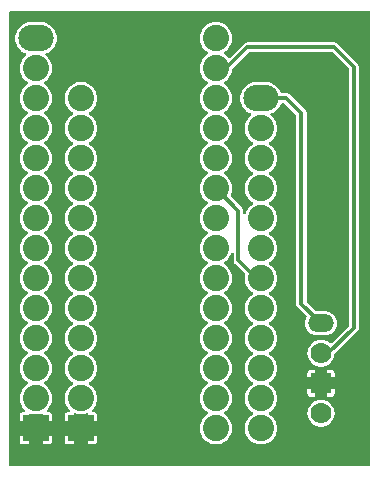
<source format=gbl>
G04 Layer: BottomLayer*
G04 EasyEDA v6.5.29, 2023-07-31 08:11:24*
G04 1ebaea4ae95649dd8011ffabadda3e85,10*
G04 Gerber Generator version 0.2*
G04 Scale: 100 percent, Rotated: No, Reflected: No *
G04 Dimensions in millimeters *
G04 leading zeros omitted , absolute positions ,4 integer and 5 decimal *
%FSLAX45Y45*%
%MOMM*%

%ADD10C,0.3000*%
%ADD11C,0.3800*%
%ADD12O,2.999994X2.2199854*%
%ADD13C,2.2200*%
%ADD14R,2.2200X2.2200*%
%ADD15C,1.7780*%
%ADD16R,1.7780X1.7780*%
%ADD17O,2.1999956000000003X1.499997*%
%ADD18C,2.2230*%
%ADD19R,2.2230X2.2230*%
%ADD20O,2.999994X2.223008*%
%ADD21O,0.0125X2.223008*%

%LPD*%
G36*
X36068Y-3872992D02*
G01*
X32156Y-3872229D01*
X28905Y-3869994D01*
X26670Y-3866743D01*
X25908Y-3862832D01*
X25908Y-36068D01*
X26670Y-32156D01*
X28905Y-28905D01*
X32156Y-26670D01*
X36068Y-25908D01*
X3075432Y-25908D01*
X3079343Y-26670D01*
X3082594Y-28905D01*
X3084830Y-32156D01*
X3085592Y-36068D01*
X3085592Y-3862832D01*
X3084830Y-3866743D01*
X3082594Y-3869994D01*
X3079343Y-3872229D01*
X3075432Y-3872992D01*
G37*

%LPC*%
G36*
X696925Y-3693058D02*
G01*
X745591Y-3693058D01*
X751890Y-3692347D01*
X757377Y-3690416D01*
X762254Y-3687368D01*
X766368Y-3683254D01*
X769416Y-3678377D01*
X771347Y-3672890D01*
X772058Y-3666591D01*
X772058Y-3617925D01*
X696925Y-3617925D01*
G37*
G36*
X524408Y-3693058D02*
G01*
X573074Y-3693058D01*
X573074Y-3617925D01*
X497941Y-3617925D01*
X497941Y-3666591D01*
X498652Y-3672890D01*
X500583Y-3678377D01*
X503631Y-3683254D01*
X507746Y-3687368D01*
X512622Y-3690416D01*
X518109Y-3692347D01*
G37*
G36*
X2159000Y-3693058D02*
G01*
X2174900Y-3692093D01*
X2190597Y-3689350D01*
X2205888Y-3684778D01*
X2220518Y-3678478D01*
X2234285Y-3670503D01*
X2247087Y-3661003D01*
X2258669Y-3650030D01*
X2268931Y-3637838D01*
X2277668Y-3624529D01*
X2284831Y-3610254D01*
X2290267Y-3595319D01*
X2293975Y-3579774D01*
X2295804Y-3563975D01*
X2295804Y-3548024D01*
X2293975Y-3532225D01*
X2290267Y-3516680D01*
X2284831Y-3501745D01*
X2277668Y-3487470D01*
X2268931Y-3474161D01*
X2258669Y-3461969D01*
X2247087Y-3450996D01*
X2234285Y-3441496D01*
X2227884Y-3437788D01*
X2224735Y-3434994D01*
X2223008Y-3431133D01*
X2223008Y-3426866D01*
X2224735Y-3423005D01*
X2227884Y-3420211D01*
X2234285Y-3416503D01*
X2247087Y-3407003D01*
X2258669Y-3396030D01*
X2268931Y-3383838D01*
X2277668Y-3370529D01*
X2284831Y-3356254D01*
X2290267Y-3341319D01*
X2293975Y-3325774D01*
X2295804Y-3309975D01*
X2295804Y-3294024D01*
X2293975Y-3278225D01*
X2290267Y-3262680D01*
X2284831Y-3247745D01*
X2277668Y-3233470D01*
X2268931Y-3220161D01*
X2258669Y-3207969D01*
X2247087Y-3196996D01*
X2234285Y-3187496D01*
X2227884Y-3183788D01*
X2224735Y-3180994D01*
X2223008Y-3177133D01*
X2223008Y-3172866D01*
X2224735Y-3169005D01*
X2227884Y-3166211D01*
X2234285Y-3162503D01*
X2247087Y-3153003D01*
X2258669Y-3142030D01*
X2268931Y-3129838D01*
X2277668Y-3116529D01*
X2284831Y-3102254D01*
X2290267Y-3087319D01*
X2293975Y-3071774D01*
X2295804Y-3055975D01*
X2295804Y-3040024D01*
X2293975Y-3024225D01*
X2290267Y-3008680D01*
X2284831Y-2993745D01*
X2277668Y-2979470D01*
X2268931Y-2966161D01*
X2258669Y-2953969D01*
X2247087Y-2942996D01*
X2234285Y-2933496D01*
X2227884Y-2929788D01*
X2224735Y-2926994D01*
X2223008Y-2923133D01*
X2223008Y-2918866D01*
X2224735Y-2915005D01*
X2227884Y-2912211D01*
X2234285Y-2908503D01*
X2247087Y-2899003D01*
X2258669Y-2888030D01*
X2268931Y-2875838D01*
X2277668Y-2862529D01*
X2284831Y-2848254D01*
X2290267Y-2833319D01*
X2293975Y-2817774D01*
X2295804Y-2801975D01*
X2295804Y-2786024D01*
X2293975Y-2770225D01*
X2290267Y-2754680D01*
X2284831Y-2739745D01*
X2277668Y-2725470D01*
X2268931Y-2712161D01*
X2258669Y-2699969D01*
X2247087Y-2688996D01*
X2234285Y-2679496D01*
X2227884Y-2675788D01*
X2224735Y-2672994D01*
X2223008Y-2669133D01*
X2223008Y-2664866D01*
X2224735Y-2661005D01*
X2227884Y-2658211D01*
X2234285Y-2654503D01*
X2247087Y-2645003D01*
X2258669Y-2634030D01*
X2268931Y-2621838D01*
X2277668Y-2608529D01*
X2284831Y-2594254D01*
X2290267Y-2579319D01*
X2293975Y-2563774D01*
X2295804Y-2547975D01*
X2295804Y-2532024D01*
X2293975Y-2516225D01*
X2290267Y-2500680D01*
X2284831Y-2485745D01*
X2277668Y-2471470D01*
X2268931Y-2458161D01*
X2258669Y-2445969D01*
X2247087Y-2434996D01*
X2234285Y-2425496D01*
X2227884Y-2421788D01*
X2224735Y-2418994D01*
X2223008Y-2415133D01*
X2223008Y-2410866D01*
X2224735Y-2407005D01*
X2227884Y-2404211D01*
X2234285Y-2400503D01*
X2247087Y-2391003D01*
X2258669Y-2380030D01*
X2268931Y-2367838D01*
X2277668Y-2354529D01*
X2284831Y-2340254D01*
X2290267Y-2325319D01*
X2293975Y-2309774D01*
X2295804Y-2293975D01*
X2295804Y-2278024D01*
X2293975Y-2262225D01*
X2290267Y-2246680D01*
X2284831Y-2231745D01*
X2277668Y-2217470D01*
X2268931Y-2204161D01*
X2258669Y-2191969D01*
X2247087Y-2180996D01*
X2234285Y-2171496D01*
X2227884Y-2167788D01*
X2224735Y-2164994D01*
X2223008Y-2161133D01*
X2223008Y-2156866D01*
X2224735Y-2153005D01*
X2227884Y-2150211D01*
X2234285Y-2146503D01*
X2247087Y-2137003D01*
X2258669Y-2126030D01*
X2268931Y-2113838D01*
X2277668Y-2100529D01*
X2284831Y-2086254D01*
X2290267Y-2071319D01*
X2293975Y-2055774D01*
X2295804Y-2039975D01*
X2295804Y-2024024D01*
X2293975Y-2008225D01*
X2290267Y-1992680D01*
X2284831Y-1977745D01*
X2277668Y-1963470D01*
X2268931Y-1950161D01*
X2258669Y-1937969D01*
X2247087Y-1926996D01*
X2234285Y-1917496D01*
X2227884Y-1913788D01*
X2224735Y-1910994D01*
X2223008Y-1907133D01*
X2223008Y-1902866D01*
X2224735Y-1899005D01*
X2227884Y-1896211D01*
X2234285Y-1892503D01*
X2247087Y-1883003D01*
X2258669Y-1872030D01*
X2268931Y-1859838D01*
X2277668Y-1846529D01*
X2284831Y-1832254D01*
X2290267Y-1817319D01*
X2293975Y-1801774D01*
X2295804Y-1785975D01*
X2295804Y-1770024D01*
X2293975Y-1754225D01*
X2290267Y-1738680D01*
X2284831Y-1723745D01*
X2277668Y-1709470D01*
X2268931Y-1696161D01*
X2258669Y-1683969D01*
X2247087Y-1672996D01*
X2234285Y-1663496D01*
X2227884Y-1659788D01*
X2224735Y-1656994D01*
X2223008Y-1653133D01*
X2223008Y-1648866D01*
X2224735Y-1645005D01*
X2227884Y-1642211D01*
X2234285Y-1638503D01*
X2247087Y-1629003D01*
X2258669Y-1618030D01*
X2268931Y-1605838D01*
X2277668Y-1592529D01*
X2284831Y-1578254D01*
X2290267Y-1563319D01*
X2293975Y-1547774D01*
X2295804Y-1531975D01*
X2295804Y-1516024D01*
X2293975Y-1500225D01*
X2290267Y-1484680D01*
X2284831Y-1469745D01*
X2277668Y-1455470D01*
X2268931Y-1442161D01*
X2258669Y-1429969D01*
X2247087Y-1418996D01*
X2234285Y-1409496D01*
X2227884Y-1405788D01*
X2224735Y-1402994D01*
X2223008Y-1399133D01*
X2223008Y-1394866D01*
X2224735Y-1391005D01*
X2227884Y-1388211D01*
X2234285Y-1384503D01*
X2247087Y-1375003D01*
X2258669Y-1364030D01*
X2268931Y-1351838D01*
X2277668Y-1338529D01*
X2284831Y-1324254D01*
X2290267Y-1309319D01*
X2293975Y-1293774D01*
X2295804Y-1277975D01*
X2295804Y-1262024D01*
X2293975Y-1246225D01*
X2290267Y-1230680D01*
X2284831Y-1215745D01*
X2277668Y-1201470D01*
X2268931Y-1188161D01*
X2258669Y-1175969D01*
X2247087Y-1164996D01*
X2234285Y-1155496D01*
X2227884Y-1151788D01*
X2224735Y-1148994D01*
X2223008Y-1145133D01*
X2223008Y-1140866D01*
X2224735Y-1137005D01*
X2227884Y-1134211D01*
X2234285Y-1130503D01*
X2247087Y-1121003D01*
X2258669Y-1110030D01*
X2268931Y-1097838D01*
X2277668Y-1084529D01*
X2284831Y-1070254D01*
X2290267Y-1055319D01*
X2293975Y-1039774D01*
X2295804Y-1023975D01*
X2295804Y-1008024D01*
X2293975Y-992225D01*
X2290267Y-976680D01*
X2284831Y-961745D01*
X2277668Y-947470D01*
X2268931Y-934161D01*
X2258669Y-921969D01*
X2247087Y-910996D01*
X2243124Y-908050D01*
X2240330Y-904900D01*
X2239060Y-900836D01*
X2239568Y-896670D01*
X2241702Y-893013D01*
X2245156Y-890574D01*
X2259330Y-884478D01*
X2273147Y-876503D01*
X2285949Y-867003D01*
X2297531Y-856030D01*
X2307793Y-843838D01*
X2316530Y-830529D01*
X2323693Y-816254D01*
X2324658Y-813612D01*
X2326792Y-810107D01*
X2330196Y-807720D01*
X2334209Y-806907D01*
X2352090Y-806907D01*
X2356002Y-807669D01*
X2359253Y-809904D01*
X2453995Y-904646D01*
X2456230Y-907897D01*
X2456992Y-911809D01*
X2457043Y-2503627D01*
X2458212Y-2512161D01*
X2460853Y-2520035D01*
X2464866Y-2527249D01*
X2470454Y-2534005D01*
X2542286Y-2605786D01*
X2544572Y-2609291D01*
X2545232Y-2613406D01*
X2544165Y-2617470D01*
X2538780Y-2628392D01*
X2534564Y-2640888D01*
X2531973Y-2653842D01*
X2531110Y-2667000D01*
X2531973Y-2680157D01*
X2534564Y-2693111D01*
X2538780Y-2705608D01*
X2544622Y-2717444D01*
X2551938Y-2728417D01*
X2560675Y-2738323D01*
X2570581Y-2747060D01*
X2581554Y-2754376D01*
X2593390Y-2760218D01*
X2605887Y-2764434D01*
X2618841Y-2767025D01*
X2632354Y-2767888D01*
X2701645Y-2767888D01*
X2715158Y-2767025D01*
X2728112Y-2764434D01*
X2740609Y-2760218D01*
X2752445Y-2754376D01*
X2763418Y-2747060D01*
X2773324Y-2738323D01*
X2782062Y-2728417D01*
X2789377Y-2717444D01*
X2795219Y-2705608D01*
X2799435Y-2693111D01*
X2802026Y-2680157D01*
X2802890Y-2667000D01*
X2802026Y-2653842D01*
X2799435Y-2640888D01*
X2795219Y-2628392D01*
X2789377Y-2616555D01*
X2782062Y-2605582D01*
X2773324Y-2595676D01*
X2763418Y-2586939D01*
X2752445Y-2579624D01*
X2740609Y-2573782D01*
X2728112Y-2569565D01*
X2715158Y-2566974D01*
X2701645Y-2566111D01*
X2633827Y-2566111D01*
X2629916Y-2565298D01*
X2626614Y-2563114D01*
X2549804Y-2486253D01*
X2547569Y-2483002D01*
X2546807Y-2479090D01*
X2546756Y-887272D01*
X2545588Y-878738D01*
X2542946Y-870864D01*
X2538933Y-863650D01*
X2533345Y-856894D01*
X2405430Y-729081D01*
X2398522Y-723849D01*
X2391105Y-720140D01*
X2383129Y-717905D01*
X2374442Y-717092D01*
X2334209Y-717092D01*
X2330196Y-716280D01*
X2326792Y-713892D01*
X2324658Y-710387D01*
X2323693Y-707745D01*
X2316530Y-693470D01*
X2307793Y-680161D01*
X2297531Y-667969D01*
X2285949Y-656996D01*
X2273147Y-647496D01*
X2259330Y-639521D01*
X2244699Y-633222D01*
X2229459Y-628650D01*
X2213762Y-625906D01*
X2197557Y-624941D01*
X2120442Y-624941D01*
X2104237Y-625906D01*
X2088540Y-628650D01*
X2073300Y-633222D01*
X2058670Y-639521D01*
X2044852Y-647496D01*
X2032050Y-656996D01*
X2020468Y-667969D01*
X2010206Y-680161D01*
X2001469Y-693470D01*
X1994306Y-707745D01*
X1988870Y-722680D01*
X1985213Y-738225D01*
X1983333Y-754024D01*
X1983333Y-769975D01*
X1985213Y-785774D01*
X1988870Y-801319D01*
X1994306Y-816254D01*
X2001469Y-830529D01*
X2010206Y-843838D01*
X2020468Y-856030D01*
X2032050Y-867003D01*
X2044852Y-876503D01*
X2058670Y-884478D01*
X2072843Y-890574D01*
X2076297Y-893013D01*
X2078431Y-896670D01*
X2078939Y-900836D01*
X2077669Y-904900D01*
X2074875Y-908050D01*
X2070912Y-910996D01*
X2059330Y-921969D01*
X2049068Y-934161D01*
X2040331Y-947470D01*
X2033168Y-961745D01*
X2027732Y-976680D01*
X2024024Y-992225D01*
X2022195Y-1008024D01*
X2022195Y-1023975D01*
X2024024Y-1039774D01*
X2027732Y-1055319D01*
X2033168Y-1070254D01*
X2040331Y-1084529D01*
X2049068Y-1097838D01*
X2059330Y-1110030D01*
X2070912Y-1121003D01*
X2083714Y-1130503D01*
X2090115Y-1134211D01*
X2093264Y-1137005D01*
X2094992Y-1140866D01*
X2094992Y-1145133D01*
X2093264Y-1148994D01*
X2090115Y-1151788D01*
X2083714Y-1155496D01*
X2070912Y-1164996D01*
X2059330Y-1175969D01*
X2049068Y-1188161D01*
X2040331Y-1201470D01*
X2033168Y-1215745D01*
X2027732Y-1230680D01*
X2024024Y-1246225D01*
X2022195Y-1262024D01*
X2022195Y-1277975D01*
X2024024Y-1293774D01*
X2027732Y-1309319D01*
X2033168Y-1324254D01*
X2040331Y-1338529D01*
X2049068Y-1351838D01*
X2059330Y-1364030D01*
X2070912Y-1375003D01*
X2083714Y-1384503D01*
X2090115Y-1388211D01*
X2093264Y-1391005D01*
X2094992Y-1394866D01*
X2094992Y-1399133D01*
X2093264Y-1402994D01*
X2090115Y-1405788D01*
X2083714Y-1409496D01*
X2070912Y-1418996D01*
X2059330Y-1429969D01*
X2049068Y-1442161D01*
X2040331Y-1455470D01*
X2033168Y-1469745D01*
X2027732Y-1484680D01*
X2024024Y-1500225D01*
X2022195Y-1516024D01*
X2022195Y-1531975D01*
X2024024Y-1547774D01*
X2027732Y-1563319D01*
X2033168Y-1578254D01*
X2040331Y-1592529D01*
X2049068Y-1605838D01*
X2059330Y-1618030D01*
X2070912Y-1629003D01*
X2083714Y-1638503D01*
X2090115Y-1642211D01*
X2093264Y-1645005D01*
X2094992Y-1648866D01*
X2094992Y-1653133D01*
X2093264Y-1656994D01*
X2090115Y-1659788D01*
X2083714Y-1663496D01*
X2070912Y-1672996D01*
X2059330Y-1683969D01*
X2049068Y-1696161D01*
X2040331Y-1709470D01*
X2033168Y-1723745D01*
X2029104Y-1734870D01*
X2027021Y-1738274D01*
X2023770Y-1740662D01*
X2019807Y-1741525D01*
X2015845Y-1740814D01*
X2012492Y-1738630D01*
X2010206Y-1735328D01*
X2009393Y-1731365D01*
X2009393Y-1715007D01*
X2008581Y-1706524D01*
X2006244Y-1698853D01*
X2002485Y-1691792D01*
X1997049Y-1685239D01*
X1904288Y-1592427D01*
X1902053Y-1589074D01*
X1901291Y-1585163D01*
X1902155Y-1581251D01*
X1906625Y-1570837D01*
X1911197Y-1555546D01*
X1913940Y-1539900D01*
X1914906Y-1524000D01*
X1913940Y-1508099D01*
X1911197Y-1492453D01*
X1906625Y-1477162D01*
X1900326Y-1462582D01*
X1892350Y-1448765D01*
X1882851Y-1436014D01*
X1871929Y-1424432D01*
X1859737Y-1414221D01*
X1846529Y-1405483D01*
X1843684Y-1402689D01*
X1842109Y-1398981D01*
X1842109Y-1395018D01*
X1843684Y-1391310D01*
X1846529Y-1388516D01*
X1859737Y-1379778D01*
X1871929Y-1369568D01*
X1882851Y-1357985D01*
X1892350Y-1345234D01*
X1900326Y-1331417D01*
X1906625Y-1316837D01*
X1911197Y-1301546D01*
X1913940Y-1285900D01*
X1914906Y-1270000D01*
X1913940Y-1254099D01*
X1911197Y-1238453D01*
X1906625Y-1223162D01*
X1900326Y-1208582D01*
X1892350Y-1194765D01*
X1882851Y-1182014D01*
X1871929Y-1170432D01*
X1859737Y-1160221D01*
X1846529Y-1151483D01*
X1843684Y-1148689D01*
X1842109Y-1144981D01*
X1842109Y-1141018D01*
X1843684Y-1137310D01*
X1846529Y-1134516D01*
X1859737Y-1125778D01*
X1871929Y-1115568D01*
X1882851Y-1103985D01*
X1892350Y-1091234D01*
X1900326Y-1077417D01*
X1906625Y-1062837D01*
X1911197Y-1047546D01*
X1913940Y-1031900D01*
X1914906Y-1016000D01*
X1913940Y-1000099D01*
X1911197Y-984453D01*
X1906625Y-969162D01*
X1900326Y-954582D01*
X1892350Y-940765D01*
X1882851Y-928014D01*
X1871929Y-916432D01*
X1859737Y-906221D01*
X1846529Y-897483D01*
X1843684Y-894689D01*
X1842109Y-890981D01*
X1842109Y-887018D01*
X1843684Y-883310D01*
X1846529Y-880516D01*
X1859737Y-871778D01*
X1871929Y-861568D01*
X1882851Y-849985D01*
X1892350Y-837234D01*
X1900326Y-823417D01*
X1906625Y-808837D01*
X1911197Y-793546D01*
X1913940Y-777900D01*
X1914906Y-762000D01*
X1913940Y-746099D01*
X1911197Y-730453D01*
X1906625Y-715162D01*
X1900326Y-700582D01*
X1892350Y-686765D01*
X1882851Y-674014D01*
X1871929Y-662432D01*
X1859737Y-652221D01*
X1846529Y-643483D01*
X1843684Y-640689D01*
X1842109Y-636981D01*
X1842109Y-633018D01*
X1843684Y-629310D01*
X1846529Y-626516D01*
X1859737Y-617778D01*
X1871929Y-607568D01*
X1882851Y-595985D01*
X1892350Y-583234D01*
X1900326Y-569417D01*
X1906625Y-554837D01*
X1911197Y-539546D01*
X1914906Y-518769D01*
X1916988Y-515721D01*
X2058670Y-374091D01*
X2061972Y-371906D01*
X2065832Y-371094D01*
X2760167Y-371094D01*
X2764028Y-371906D01*
X2767330Y-374091D01*
X2902508Y-509270D01*
X2904744Y-512572D01*
X2905506Y-516432D01*
X2905506Y-2683967D01*
X2904744Y-2687828D01*
X2902508Y-2691130D01*
X2757982Y-2835656D01*
X2754934Y-2837738D01*
X2751277Y-2838602D01*
X2747619Y-2838094D01*
X2744317Y-2836316D01*
X2734462Y-2828137D01*
X2722321Y-2820416D01*
X2709265Y-2814269D01*
X2695549Y-2809798D01*
X2681376Y-2807106D01*
X2667000Y-2806192D01*
X2652623Y-2807106D01*
X2638450Y-2809798D01*
X2624734Y-2814269D01*
X2611678Y-2820416D01*
X2599537Y-2828137D01*
X2588412Y-2837332D01*
X2578557Y-2847848D01*
X2570073Y-2859481D01*
X2563114Y-2872130D01*
X2557830Y-2885541D01*
X2554224Y-2899511D01*
X2552446Y-2913786D01*
X2552446Y-2928213D01*
X2554224Y-2942488D01*
X2557830Y-2956458D01*
X2563114Y-2969869D01*
X2570073Y-2982518D01*
X2578557Y-2994152D01*
X2588412Y-3004667D01*
X2599537Y-3013862D01*
X2611678Y-3021584D01*
X2624734Y-3027730D01*
X2638450Y-3032201D01*
X2652623Y-3034893D01*
X2667000Y-3035808D01*
X2681376Y-3034893D01*
X2695549Y-3032201D01*
X2709265Y-3027730D01*
X2722321Y-3021584D01*
X2734462Y-3013862D01*
X2745587Y-3004667D01*
X2755442Y-2994152D01*
X2763926Y-2982518D01*
X2770886Y-2969869D01*
X2776169Y-2956458D01*
X2779776Y-2942488D01*
X2781198Y-2931160D01*
X2782163Y-2928010D01*
X2784094Y-2925267D01*
X2974949Y-2734360D01*
X2980385Y-2727807D01*
X2984144Y-2720746D01*
X2986481Y-2713075D01*
X2987294Y-2704592D01*
X2987294Y-495808D01*
X2986481Y-487324D01*
X2984144Y-479653D01*
X2980385Y-472592D01*
X2974949Y-466039D01*
X2810560Y-301650D01*
X2804007Y-296214D01*
X2796946Y-292455D01*
X2789275Y-290118D01*
X2780792Y-289306D01*
X2045207Y-289306D01*
X2036724Y-290118D01*
X2029053Y-292455D01*
X2021992Y-296214D01*
X2015439Y-301650D01*
X1897125Y-419912D01*
X1893773Y-422148D01*
X1889810Y-422859D01*
X1885848Y-422046D01*
X1882546Y-419709D01*
X1871929Y-408432D01*
X1859737Y-398221D01*
X1846529Y-389483D01*
X1843684Y-386689D01*
X1842109Y-382981D01*
X1842109Y-379018D01*
X1843684Y-375310D01*
X1846529Y-372516D01*
X1859737Y-363778D01*
X1871929Y-353568D01*
X1882851Y-341985D01*
X1892350Y-329234D01*
X1900326Y-315417D01*
X1906625Y-300837D01*
X1911197Y-285546D01*
X1913940Y-269900D01*
X1914906Y-254000D01*
X1913940Y-238099D01*
X1911197Y-222453D01*
X1906625Y-207162D01*
X1900326Y-192582D01*
X1892350Y-178765D01*
X1882851Y-166014D01*
X1871929Y-154432D01*
X1859737Y-144221D01*
X1846427Y-135432D01*
X1832203Y-128320D01*
X1817268Y-122885D01*
X1801774Y-119176D01*
X1785975Y-117348D01*
X1770024Y-117348D01*
X1754225Y-119176D01*
X1738731Y-122885D01*
X1723796Y-128320D01*
X1709572Y-135432D01*
X1696262Y-144221D01*
X1684070Y-154432D01*
X1673148Y-166014D01*
X1663649Y-178765D01*
X1655673Y-192582D01*
X1649374Y-207162D01*
X1644802Y-222453D01*
X1642059Y-238099D01*
X1641093Y-254000D01*
X1642059Y-269900D01*
X1644802Y-285546D01*
X1649374Y-300837D01*
X1655673Y-315417D01*
X1663649Y-329234D01*
X1673148Y-341985D01*
X1684070Y-353568D01*
X1696262Y-363778D01*
X1709470Y-372516D01*
X1712315Y-375310D01*
X1713890Y-379018D01*
X1713890Y-382981D01*
X1712315Y-386689D01*
X1709470Y-389483D01*
X1696262Y-398221D01*
X1684070Y-408432D01*
X1673148Y-420014D01*
X1663649Y-432765D01*
X1655673Y-446582D01*
X1649374Y-461162D01*
X1644802Y-476453D01*
X1642059Y-492099D01*
X1641093Y-508000D01*
X1642059Y-523900D01*
X1644802Y-539546D01*
X1649374Y-554837D01*
X1655673Y-569417D01*
X1663649Y-583234D01*
X1673148Y-595985D01*
X1684070Y-607568D01*
X1696262Y-617778D01*
X1709470Y-626516D01*
X1712315Y-629310D01*
X1713890Y-633018D01*
X1713890Y-636981D01*
X1712315Y-640689D01*
X1709470Y-643483D01*
X1696262Y-652221D01*
X1684070Y-662432D01*
X1673148Y-674014D01*
X1663649Y-686765D01*
X1655673Y-700582D01*
X1649374Y-715162D01*
X1644802Y-730453D01*
X1642059Y-746099D01*
X1641093Y-762000D01*
X1642059Y-777900D01*
X1644802Y-793546D01*
X1649374Y-808837D01*
X1655673Y-823417D01*
X1663649Y-837234D01*
X1673148Y-849985D01*
X1684070Y-861568D01*
X1696262Y-871778D01*
X1709470Y-880516D01*
X1712315Y-883310D01*
X1713890Y-887018D01*
X1713890Y-890981D01*
X1712315Y-894689D01*
X1709470Y-897483D01*
X1696262Y-906221D01*
X1684070Y-916432D01*
X1673148Y-928014D01*
X1663649Y-940765D01*
X1655673Y-954582D01*
X1649374Y-969162D01*
X1644802Y-984453D01*
X1642059Y-1000099D01*
X1641093Y-1016000D01*
X1642059Y-1031900D01*
X1644802Y-1047546D01*
X1649374Y-1062837D01*
X1655673Y-1077417D01*
X1663649Y-1091234D01*
X1673148Y-1103985D01*
X1684070Y-1115568D01*
X1696262Y-1125778D01*
X1709470Y-1134516D01*
X1712315Y-1137310D01*
X1713890Y-1141018D01*
X1713890Y-1144981D01*
X1712315Y-1148689D01*
X1709470Y-1151483D01*
X1696262Y-1160221D01*
X1684070Y-1170432D01*
X1673148Y-1182014D01*
X1663649Y-1194765D01*
X1655673Y-1208582D01*
X1649374Y-1223162D01*
X1644802Y-1238453D01*
X1642059Y-1254099D01*
X1641093Y-1270000D01*
X1642059Y-1285900D01*
X1644802Y-1301546D01*
X1649374Y-1316837D01*
X1655673Y-1331417D01*
X1663649Y-1345234D01*
X1673148Y-1357985D01*
X1684070Y-1369568D01*
X1696262Y-1379778D01*
X1709470Y-1388516D01*
X1712315Y-1391310D01*
X1713890Y-1395018D01*
X1713890Y-1398981D01*
X1712315Y-1402689D01*
X1709470Y-1405483D01*
X1696262Y-1414221D01*
X1684070Y-1424432D01*
X1673148Y-1436014D01*
X1663649Y-1448765D01*
X1655673Y-1462582D01*
X1649374Y-1477162D01*
X1644802Y-1492453D01*
X1642059Y-1508099D01*
X1641093Y-1524000D01*
X1642059Y-1539900D01*
X1644802Y-1555546D01*
X1649374Y-1570837D01*
X1655673Y-1585417D01*
X1663649Y-1599234D01*
X1673148Y-1611985D01*
X1684070Y-1623568D01*
X1696262Y-1633778D01*
X1709470Y-1642516D01*
X1712315Y-1645310D01*
X1713890Y-1649018D01*
X1713890Y-1652981D01*
X1712315Y-1656689D01*
X1709470Y-1659483D01*
X1696262Y-1668221D01*
X1684070Y-1678432D01*
X1673148Y-1690014D01*
X1663649Y-1702765D01*
X1655673Y-1716582D01*
X1649374Y-1731162D01*
X1644802Y-1746453D01*
X1642059Y-1762099D01*
X1641093Y-1778000D01*
X1642059Y-1793900D01*
X1644802Y-1809546D01*
X1649374Y-1824837D01*
X1655673Y-1839417D01*
X1663649Y-1853234D01*
X1673148Y-1865985D01*
X1684070Y-1877568D01*
X1696262Y-1887778D01*
X1709470Y-1896516D01*
X1712315Y-1899310D01*
X1713890Y-1903018D01*
X1713890Y-1906981D01*
X1712315Y-1910689D01*
X1709470Y-1913483D01*
X1696262Y-1922221D01*
X1684070Y-1932432D01*
X1673148Y-1944014D01*
X1663649Y-1956765D01*
X1655673Y-1970582D01*
X1649374Y-1985162D01*
X1644802Y-2000453D01*
X1642059Y-2016099D01*
X1641093Y-2032000D01*
X1642059Y-2047900D01*
X1644802Y-2063546D01*
X1649374Y-2078837D01*
X1655673Y-2093417D01*
X1663649Y-2107234D01*
X1673148Y-2119985D01*
X1684070Y-2131568D01*
X1696262Y-2141778D01*
X1709470Y-2150516D01*
X1712315Y-2153310D01*
X1713890Y-2157018D01*
X1713890Y-2160981D01*
X1712315Y-2164689D01*
X1709470Y-2167483D01*
X1696262Y-2176221D01*
X1684070Y-2186432D01*
X1673148Y-2198014D01*
X1663649Y-2210765D01*
X1655673Y-2224582D01*
X1649374Y-2239162D01*
X1644802Y-2254453D01*
X1642059Y-2270099D01*
X1641093Y-2286000D01*
X1642059Y-2301900D01*
X1644802Y-2317546D01*
X1649374Y-2332837D01*
X1655673Y-2347417D01*
X1663649Y-2361234D01*
X1673148Y-2373985D01*
X1684070Y-2385568D01*
X1696262Y-2395778D01*
X1709470Y-2404516D01*
X1712315Y-2407310D01*
X1713890Y-2411018D01*
X1713890Y-2414981D01*
X1712315Y-2418689D01*
X1709470Y-2421483D01*
X1696262Y-2430221D01*
X1684070Y-2440432D01*
X1673148Y-2452014D01*
X1663649Y-2464765D01*
X1655673Y-2478582D01*
X1649374Y-2493162D01*
X1644802Y-2508453D01*
X1642059Y-2524099D01*
X1641093Y-2540000D01*
X1642059Y-2555900D01*
X1644802Y-2571546D01*
X1649374Y-2586837D01*
X1655673Y-2601417D01*
X1663649Y-2615234D01*
X1673148Y-2627985D01*
X1684070Y-2639568D01*
X1696262Y-2649778D01*
X1709470Y-2658516D01*
X1712315Y-2661310D01*
X1713890Y-2665018D01*
X1713890Y-2668981D01*
X1712315Y-2672689D01*
X1709470Y-2675483D01*
X1696262Y-2684221D01*
X1684070Y-2694432D01*
X1673148Y-2706014D01*
X1663649Y-2718765D01*
X1655673Y-2732582D01*
X1649374Y-2747162D01*
X1644802Y-2762453D01*
X1642059Y-2778099D01*
X1641093Y-2794000D01*
X1642059Y-2809900D01*
X1644802Y-2825546D01*
X1649374Y-2840837D01*
X1655673Y-2855417D01*
X1663649Y-2869234D01*
X1673148Y-2881985D01*
X1684070Y-2893568D01*
X1696262Y-2903778D01*
X1709470Y-2912516D01*
X1712315Y-2915310D01*
X1713890Y-2919018D01*
X1713890Y-2922981D01*
X1712315Y-2926689D01*
X1709470Y-2929483D01*
X1696262Y-2938221D01*
X1684070Y-2948432D01*
X1673148Y-2960014D01*
X1663649Y-2972765D01*
X1655673Y-2986582D01*
X1649374Y-3001162D01*
X1644802Y-3016453D01*
X1642059Y-3032099D01*
X1641093Y-3048000D01*
X1642059Y-3063900D01*
X1644802Y-3079546D01*
X1649374Y-3094837D01*
X1655673Y-3109417D01*
X1663649Y-3123234D01*
X1673148Y-3135985D01*
X1684070Y-3147568D01*
X1696262Y-3157778D01*
X1709470Y-3166516D01*
X1712315Y-3169310D01*
X1713890Y-3173018D01*
X1713890Y-3176981D01*
X1712315Y-3180689D01*
X1709470Y-3183483D01*
X1696262Y-3192221D01*
X1684070Y-3202432D01*
X1673148Y-3214014D01*
X1663649Y-3226765D01*
X1655673Y-3240582D01*
X1649374Y-3255162D01*
X1644802Y-3270453D01*
X1642059Y-3286099D01*
X1641093Y-3302000D01*
X1642059Y-3317900D01*
X1644802Y-3333546D01*
X1649374Y-3348837D01*
X1655673Y-3363417D01*
X1663649Y-3377234D01*
X1673148Y-3389985D01*
X1684070Y-3401568D01*
X1696262Y-3411778D01*
X1709470Y-3420516D01*
X1712315Y-3423310D01*
X1713890Y-3427018D01*
X1713890Y-3430981D01*
X1712315Y-3434689D01*
X1709470Y-3437483D01*
X1696262Y-3446221D01*
X1684070Y-3456432D01*
X1673148Y-3468014D01*
X1663649Y-3480765D01*
X1655673Y-3494582D01*
X1649374Y-3509162D01*
X1644802Y-3524453D01*
X1642059Y-3540099D01*
X1641093Y-3556000D01*
X1642059Y-3571900D01*
X1644802Y-3587546D01*
X1649374Y-3602837D01*
X1655673Y-3617417D01*
X1663649Y-3631234D01*
X1673148Y-3643985D01*
X1684070Y-3655568D01*
X1696262Y-3665778D01*
X1709572Y-3674567D01*
X1723796Y-3681679D01*
X1738731Y-3687114D01*
X1754225Y-3690823D01*
X1770024Y-3692651D01*
X1785975Y-3692651D01*
X1801774Y-3690823D01*
X1817268Y-3687114D01*
X1832203Y-3681679D01*
X1846427Y-3674567D01*
X1859737Y-3665778D01*
X1871929Y-3655568D01*
X1882851Y-3643985D01*
X1892350Y-3631234D01*
X1900326Y-3617417D01*
X1906625Y-3602837D01*
X1911197Y-3587546D01*
X1913940Y-3571900D01*
X1914906Y-3556000D01*
X1913940Y-3540099D01*
X1911197Y-3524453D01*
X1906625Y-3509162D01*
X1900326Y-3494582D01*
X1892350Y-3480765D01*
X1882851Y-3468014D01*
X1871929Y-3456432D01*
X1859737Y-3446221D01*
X1846529Y-3437483D01*
X1843684Y-3434689D01*
X1842109Y-3430981D01*
X1842109Y-3427018D01*
X1843684Y-3423310D01*
X1846529Y-3420516D01*
X1859737Y-3411778D01*
X1871929Y-3401568D01*
X1882851Y-3389985D01*
X1892350Y-3377234D01*
X1900326Y-3363417D01*
X1906625Y-3348837D01*
X1911197Y-3333546D01*
X1913940Y-3317900D01*
X1914906Y-3302000D01*
X1913940Y-3286099D01*
X1911197Y-3270453D01*
X1906625Y-3255162D01*
X1900326Y-3240582D01*
X1892350Y-3226765D01*
X1882851Y-3214014D01*
X1871929Y-3202432D01*
X1859737Y-3192221D01*
X1846529Y-3183483D01*
X1843684Y-3180689D01*
X1842109Y-3176981D01*
X1842109Y-3173018D01*
X1843684Y-3169310D01*
X1846529Y-3166516D01*
X1859737Y-3157778D01*
X1871929Y-3147568D01*
X1882851Y-3135985D01*
X1892350Y-3123234D01*
X1900326Y-3109417D01*
X1906625Y-3094837D01*
X1911197Y-3079546D01*
X1913940Y-3063900D01*
X1914906Y-3048000D01*
X1913940Y-3032099D01*
X1911197Y-3016453D01*
X1906625Y-3001162D01*
X1900326Y-2986582D01*
X1892350Y-2972765D01*
X1882851Y-2960014D01*
X1871929Y-2948432D01*
X1859737Y-2938221D01*
X1846529Y-2929483D01*
X1843684Y-2926689D01*
X1842109Y-2922981D01*
X1842109Y-2919018D01*
X1843684Y-2915310D01*
X1846529Y-2912516D01*
X1859737Y-2903778D01*
X1871929Y-2893568D01*
X1882851Y-2881985D01*
X1892350Y-2869234D01*
X1900326Y-2855417D01*
X1906625Y-2840837D01*
X1911197Y-2825546D01*
X1913940Y-2809900D01*
X1914906Y-2794000D01*
X1913940Y-2778099D01*
X1911197Y-2762453D01*
X1906625Y-2747162D01*
X1900326Y-2732582D01*
X1892350Y-2718765D01*
X1882851Y-2706014D01*
X1871929Y-2694432D01*
X1859737Y-2684221D01*
X1846529Y-2675483D01*
X1843684Y-2672689D01*
X1842109Y-2668981D01*
X1842109Y-2665018D01*
X1843684Y-2661310D01*
X1846529Y-2658516D01*
X1859737Y-2649778D01*
X1871929Y-2639568D01*
X1882851Y-2627985D01*
X1892350Y-2615234D01*
X1900326Y-2601417D01*
X1906625Y-2586837D01*
X1911197Y-2571546D01*
X1913940Y-2555900D01*
X1914906Y-2540000D01*
X1913940Y-2524099D01*
X1911197Y-2508453D01*
X1906625Y-2493162D01*
X1900326Y-2478582D01*
X1892350Y-2464765D01*
X1882851Y-2452014D01*
X1871929Y-2440432D01*
X1859737Y-2430221D01*
X1846529Y-2421483D01*
X1843684Y-2418689D01*
X1842109Y-2414981D01*
X1842109Y-2411018D01*
X1843684Y-2407310D01*
X1846529Y-2404516D01*
X1859737Y-2395778D01*
X1871929Y-2385568D01*
X1882851Y-2373985D01*
X1892350Y-2361234D01*
X1900326Y-2347417D01*
X1906625Y-2332837D01*
X1911197Y-2317546D01*
X1913940Y-2301900D01*
X1914906Y-2286000D01*
X1913940Y-2270099D01*
X1911197Y-2254453D01*
X1906625Y-2239162D01*
X1900326Y-2224582D01*
X1892350Y-2210765D01*
X1882851Y-2198014D01*
X1871929Y-2186432D01*
X1859737Y-2176221D01*
X1846529Y-2167483D01*
X1843684Y-2164689D01*
X1842109Y-2160981D01*
X1842109Y-2157018D01*
X1843684Y-2153310D01*
X1846529Y-2150516D01*
X1859737Y-2141778D01*
X1871929Y-2131568D01*
X1882851Y-2119985D01*
X1892350Y-2107234D01*
X1900326Y-2093417D01*
X1906625Y-2078837D01*
X1907692Y-2075281D01*
X1909673Y-2071624D01*
X1912874Y-2069084D01*
X1916836Y-2068017D01*
X1920900Y-2068626D01*
X1924405Y-2070811D01*
X1926742Y-2074164D01*
X1927606Y-2078177D01*
X1927606Y-2133092D01*
X1928418Y-2141575D01*
X1930755Y-2149246D01*
X1934514Y-2156307D01*
X1939950Y-2162860D01*
X2022957Y-2245918D01*
X2024938Y-2248712D01*
X2025853Y-2252014D01*
X2025650Y-2255418D01*
X2024024Y-2262225D01*
X2022195Y-2278024D01*
X2022195Y-2293975D01*
X2024024Y-2309774D01*
X2027732Y-2325319D01*
X2033168Y-2340254D01*
X2040331Y-2354529D01*
X2049068Y-2367838D01*
X2059330Y-2380030D01*
X2070912Y-2391003D01*
X2083714Y-2400503D01*
X2090115Y-2404211D01*
X2093264Y-2407005D01*
X2094992Y-2410866D01*
X2094992Y-2415133D01*
X2093264Y-2418994D01*
X2090115Y-2421788D01*
X2083714Y-2425496D01*
X2070912Y-2434996D01*
X2059330Y-2445969D01*
X2049068Y-2458161D01*
X2040331Y-2471470D01*
X2033168Y-2485745D01*
X2027732Y-2500680D01*
X2024024Y-2516225D01*
X2022195Y-2532024D01*
X2022195Y-2547975D01*
X2024024Y-2563774D01*
X2027732Y-2579319D01*
X2033168Y-2594254D01*
X2040331Y-2608529D01*
X2049068Y-2621838D01*
X2059330Y-2634030D01*
X2070912Y-2645003D01*
X2083714Y-2654503D01*
X2090115Y-2658211D01*
X2093264Y-2661005D01*
X2094992Y-2664866D01*
X2094992Y-2669133D01*
X2093264Y-2672994D01*
X2090115Y-2675788D01*
X2083714Y-2679496D01*
X2070912Y-2688996D01*
X2059330Y-2699969D01*
X2049068Y-2712161D01*
X2040331Y-2725470D01*
X2033168Y-2739745D01*
X2027732Y-2754680D01*
X2024024Y-2770225D01*
X2022195Y-2786024D01*
X2022195Y-2801975D01*
X2024024Y-2817774D01*
X2027732Y-2833319D01*
X2033168Y-2848254D01*
X2040331Y-2862529D01*
X2049068Y-2875838D01*
X2059330Y-2888030D01*
X2070912Y-2899003D01*
X2083714Y-2908503D01*
X2090115Y-2912211D01*
X2093264Y-2915005D01*
X2094992Y-2918866D01*
X2094992Y-2923133D01*
X2093264Y-2926994D01*
X2090115Y-2929788D01*
X2083714Y-2933496D01*
X2070912Y-2942996D01*
X2059330Y-2953969D01*
X2049068Y-2966161D01*
X2040331Y-2979470D01*
X2033168Y-2993745D01*
X2027732Y-3008680D01*
X2024024Y-3024225D01*
X2022195Y-3040024D01*
X2022195Y-3055975D01*
X2024024Y-3071774D01*
X2027732Y-3087319D01*
X2033168Y-3102254D01*
X2040331Y-3116529D01*
X2049068Y-3129838D01*
X2059330Y-3142030D01*
X2070912Y-3153003D01*
X2083714Y-3162503D01*
X2090115Y-3166211D01*
X2093264Y-3169005D01*
X2094992Y-3172866D01*
X2094992Y-3177133D01*
X2093264Y-3180994D01*
X2090115Y-3183788D01*
X2083714Y-3187496D01*
X2070912Y-3196996D01*
X2059330Y-3207969D01*
X2049068Y-3220161D01*
X2040331Y-3233470D01*
X2033168Y-3247745D01*
X2027732Y-3262680D01*
X2024024Y-3278225D01*
X2022195Y-3294024D01*
X2022195Y-3309975D01*
X2024024Y-3325774D01*
X2027732Y-3341319D01*
X2033168Y-3356254D01*
X2040331Y-3370529D01*
X2049068Y-3383838D01*
X2059330Y-3396030D01*
X2070912Y-3407003D01*
X2083714Y-3416503D01*
X2090115Y-3420211D01*
X2093264Y-3423005D01*
X2094992Y-3426866D01*
X2094992Y-3431133D01*
X2093264Y-3434994D01*
X2090115Y-3437788D01*
X2083714Y-3441496D01*
X2070912Y-3450996D01*
X2059330Y-3461969D01*
X2049068Y-3474161D01*
X2040331Y-3487470D01*
X2033168Y-3501745D01*
X2027732Y-3516680D01*
X2024024Y-3532225D01*
X2022195Y-3548024D01*
X2022195Y-3563975D01*
X2024024Y-3579774D01*
X2027732Y-3595319D01*
X2033168Y-3610254D01*
X2040331Y-3624529D01*
X2049068Y-3637838D01*
X2059330Y-3650030D01*
X2070912Y-3661003D01*
X2083714Y-3670503D01*
X2097481Y-3678478D01*
X2112111Y-3684778D01*
X2127402Y-3689350D01*
X2143099Y-3692093D01*
G37*
G36*
X315874Y-3692906D02*
G01*
X364439Y-3692906D01*
X370738Y-3692194D01*
X376224Y-3690264D01*
X381101Y-3687216D01*
X385216Y-3683101D01*
X388264Y-3678224D01*
X390194Y-3672738D01*
X390906Y-3666439D01*
X390906Y-3617874D01*
X315874Y-3617874D01*
G37*
G36*
X143560Y-3692906D02*
G01*
X192125Y-3692906D01*
X192125Y-3617874D01*
X117094Y-3617874D01*
X117094Y-3666439D01*
X117805Y-3672738D01*
X119735Y-3678224D01*
X122783Y-3683101D01*
X126898Y-3687216D01*
X131775Y-3690264D01*
X137261Y-3692194D01*
G37*
G36*
X2667000Y-3543808D02*
G01*
X2681376Y-3542893D01*
X2695549Y-3540201D01*
X2709265Y-3535730D01*
X2722321Y-3529584D01*
X2734462Y-3521862D01*
X2745587Y-3512667D01*
X2755442Y-3502151D01*
X2763926Y-3490518D01*
X2770886Y-3477869D01*
X2776169Y-3464458D01*
X2779776Y-3450488D01*
X2781554Y-3436213D01*
X2781554Y-3421786D01*
X2779776Y-3407511D01*
X2776169Y-3393541D01*
X2770886Y-3380130D01*
X2763926Y-3367481D01*
X2755442Y-3355848D01*
X2745587Y-3345332D01*
X2734462Y-3336137D01*
X2722321Y-3328415D01*
X2709265Y-3322269D01*
X2695549Y-3317798D01*
X2681376Y-3315106D01*
X2667000Y-3314192D01*
X2652623Y-3315106D01*
X2638450Y-3317798D01*
X2624734Y-3322269D01*
X2611678Y-3328415D01*
X2599537Y-3336137D01*
X2588412Y-3345332D01*
X2578557Y-3355848D01*
X2570073Y-3367481D01*
X2563114Y-3380130D01*
X2557830Y-3393541D01*
X2554224Y-3407511D01*
X2552446Y-3421786D01*
X2552446Y-3436213D01*
X2554224Y-3450488D01*
X2557830Y-3464458D01*
X2563114Y-3477869D01*
X2570073Y-3490518D01*
X2578557Y-3502151D01*
X2588412Y-3512667D01*
X2599537Y-3521862D01*
X2611678Y-3529584D01*
X2624734Y-3535730D01*
X2638450Y-3540201D01*
X2652623Y-3542893D01*
G37*
G36*
X117094Y-3494125D02*
G01*
X192125Y-3494125D01*
X192125Y-3439414D01*
X192887Y-3435604D01*
X195021Y-3432352D01*
X198170Y-3430168D01*
X201980Y-3429254D01*
X205790Y-3429863D01*
X214731Y-3433114D01*
X230225Y-3436823D01*
X246024Y-3438651D01*
X261975Y-3438651D01*
X277774Y-3436823D01*
X293268Y-3433114D01*
X302209Y-3429863D01*
X306019Y-3429254D01*
X309829Y-3430168D01*
X312978Y-3432352D01*
X315112Y-3435604D01*
X315874Y-3439414D01*
X315874Y-3494125D01*
X390906Y-3494125D01*
X390906Y-3445560D01*
X390194Y-3439261D01*
X388264Y-3433775D01*
X385216Y-3428898D01*
X381101Y-3424783D01*
X376224Y-3421735D01*
X370738Y-3419805D01*
X364439Y-3419094D01*
X354939Y-3419094D01*
X351129Y-3418332D01*
X347827Y-3416198D01*
X345643Y-3412947D01*
X344779Y-3409137D01*
X345490Y-3405276D01*
X347573Y-3401974D01*
X358851Y-3389985D01*
X368350Y-3377234D01*
X376326Y-3363417D01*
X382625Y-3348837D01*
X387197Y-3333546D01*
X389940Y-3317900D01*
X390906Y-3302000D01*
X389940Y-3286099D01*
X387197Y-3270453D01*
X382625Y-3255162D01*
X376326Y-3240582D01*
X368350Y-3226765D01*
X358851Y-3214014D01*
X347929Y-3202432D01*
X335737Y-3192221D01*
X322529Y-3183483D01*
X319684Y-3180689D01*
X318109Y-3176981D01*
X318109Y-3173018D01*
X319684Y-3169310D01*
X322529Y-3166516D01*
X335737Y-3157778D01*
X347929Y-3147568D01*
X358851Y-3135985D01*
X368350Y-3123234D01*
X376326Y-3109417D01*
X382625Y-3094837D01*
X387197Y-3079546D01*
X389940Y-3063900D01*
X390906Y-3048000D01*
X389940Y-3032099D01*
X387197Y-3016453D01*
X382625Y-3001162D01*
X376326Y-2986582D01*
X368350Y-2972765D01*
X358851Y-2960014D01*
X347929Y-2948432D01*
X335737Y-2938221D01*
X322529Y-2929483D01*
X319684Y-2926689D01*
X318109Y-2922981D01*
X318109Y-2919018D01*
X319684Y-2915310D01*
X322529Y-2912516D01*
X335737Y-2903778D01*
X347929Y-2893568D01*
X358851Y-2881985D01*
X368350Y-2869234D01*
X376326Y-2855417D01*
X382625Y-2840837D01*
X387197Y-2825546D01*
X389940Y-2809900D01*
X390906Y-2794000D01*
X389940Y-2778099D01*
X387197Y-2762453D01*
X382625Y-2747162D01*
X376326Y-2732582D01*
X368350Y-2718765D01*
X358851Y-2706014D01*
X347929Y-2694432D01*
X335737Y-2684221D01*
X322529Y-2675483D01*
X319684Y-2672689D01*
X318109Y-2668981D01*
X318109Y-2665018D01*
X319684Y-2661310D01*
X322529Y-2658516D01*
X335737Y-2649778D01*
X347929Y-2639568D01*
X358851Y-2627985D01*
X368350Y-2615234D01*
X376326Y-2601417D01*
X382625Y-2586837D01*
X387197Y-2571546D01*
X389940Y-2555900D01*
X390906Y-2540000D01*
X389940Y-2524099D01*
X387197Y-2508453D01*
X382625Y-2493162D01*
X376326Y-2478582D01*
X368350Y-2464765D01*
X358851Y-2452014D01*
X347929Y-2440432D01*
X335737Y-2430221D01*
X322529Y-2421483D01*
X319684Y-2418689D01*
X318109Y-2414981D01*
X318109Y-2411018D01*
X319684Y-2407310D01*
X322529Y-2404516D01*
X335737Y-2395778D01*
X347929Y-2385568D01*
X358851Y-2373985D01*
X368350Y-2361234D01*
X376326Y-2347417D01*
X382625Y-2332837D01*
X387197Y-2317546D01*
X389940Y-2301900D01*
X390906Y-2286000D01*
X389940Y-2270099D01*
X387197Y-2254453D01*
X382625Y-2239162D01*
X376326Y-2224582D01*
X368350Y-2210765D01*
X358851Y-2198014D01*
X347929Y-2186432D01*
X335737Y-2176221D01*
X322529Y-2167483D01*
X319684Y-2164689D01*
X318109Y-2160981D01*
X318109Y-2157018D01*
X319684Y-2153310D01*
X322529Y-2150516D01*
X335737Y-2141778D01*
X347929Y-2131568D01*
X358851Y-2119985D01*
X368350Y-2107234D01*
X376326Y-2093417D01*
X382625Y-2078837D01*
X387197Y-2063546D01*
X389940Y-2047900D01*
X390906Y-2032000D01*
X389940Y-2016099D01*
X387197Y-2000453D01*
X382625Y-1985162D01*
X376326Y-1970582D01*
X368350Y-1956765D01*
X358851Y-1944014D01*
X347929Y-1932432D01*
X335737Y-1922221D01*
X322529Y-1913483D01*
X319684Y-1910689D01*
X318109Y-1906981D01*
X318109Y-1903018D01*
X319684Y-1899310D01*
X322529Y-1896516D01*
X335737Y-1887778D01*
X347929Y-1877568D01*
X358851Y-1865985D01*
X368350Y-1853234D01*
X376326Y-1839417D01*
X382625Y-1824837D01*
X387197Y-1809546D01*
X389940Y-1793900D01*
X390906Y-1778000D01*
X389940Y-1762099D01*
X387197Y-1746453D01*
X382625Y-1731162D01*
X376326Y-1716582D01*
X368350Y-1702765D01*
X358851Y-1690014D01*
X347929Y-1678432D01*
X335737Y-1668221D01*
X322529Y-1659483D01*
X319684Y-1656689D01*
X318109Y-1652981D01*
X318109Y-1649018D01*
X319684Y-1645310D01*
X322529Y-1642516D01*
X335737Y-1633778D01*
X347929Y-1623568D01*
X358851Y-1611985D01*
X368350Y-1599234D01*
X376326Y-1585417D01*
X382625Y-1570837D01*
X387197Y-1555546D01*
X389940Y-1539900D01*
X390906Y-1524000D01*
X389940Y-1508099D01*
X387197Y-1492453D01*
X382625Y-1477162D01*
X376326Y-1462582D01*
X368350Y-1448765D01*
X358851Y-1436014D01*
X347929Y-1424432D01*
X335737Y-1414221D01*
X322529Y-1405483D01*
X319684Y-1402689D01*
X318109Y-1398981D01*
X318109Y-1395018D01*
X319684Y-1391310D01*
X322529Y-1388516D01*
X335737Y-1379778D01*
X347929Y-1369568D01*
X358851Y-1357985D01*
X368350Y-1345234D01*
X376326Y-1331417D01*
X382625Y-1316837D01*
X387197Y-1301546D01*
X389940Y-1285900D01*
X390906Y-1270000D01*
X389940Y-1254099D01*
X387197Y-1238453D01*
X382625Y-1223162D01*
X376326Y-1208582D01*
X368350Y-1194765D01*
X358851Y-1182014D01*
X347929Y-1170432D01*
X335737Y-1160221D01*
X322529Y-1151483D01*
X319684Y-1148689D01*
X318109Y-1144981D01*
X318109Y-1141018D01*
X319684Y-1137310D01*
X322529Y-1134516D01*
X335737Y-1125778D01*
X347929Y-1115568D01*
X358851Y-1103985D01*
X368350Y-1091234D01*
X376326Y-1077417D01*
X382625Y-1062837D01*
X387197Y-1047546D01*
X389940Y-1031900D01*
X390906Y-1016000D01*
X389940Y-1000099D01*
X387197Y-984453D01*
X382625Y-969162D01*
X376326Y-954582D01*
X368350Y-940765D01*
X358851Y-928014D01*
X347929Y-916432D01*
X335737Y-906221D01*
X322529Y-897483D01*
X319684Y-894689D01*
X318109Y-890981D01*
X318109Y-887018D01*
X319684Y-883310D01*
X322529Y-880516D01*
X335737Y-871778D01*
X347929Y-861568D01*
X358851Y-849985D01*
X368350Y-837234D01*
X376326Y-823417D01*
X382625Y-808837D01*
X387197Y-793546D01*
X389940Y-777900D01*
X390906Y-762000D01*
X389940Y-746099D01*
X387197Y-730453D01*
X382625Y-715162D01*
X376326Y-700582D01*
X368350Y-686765D01*
X358851Y-674014D01*
X347929Y-662432D01*
X335737Y-652221D01*
X322529Y-643483D01*
X319684Y-640689D01*
X318109Y-636981D01*
X318109Y-633018D01*
X319684Y-629310D01*
X322529Y-626516D01*
X335737Y-617778D01*
X347929Y-607568D01*
X358851Y-595985D01*
X368350Y-583234D01*
X376326Y-569417D01*
X382625Y-554837D01*
X387197Y-539546D01*
X389940Y-523900D01*
X390906Y-508000D01*
X389940Y-492099D01*
X387197Y-476453D01*
X382625Y-461162D01*
X376326Y-446582D01*
X368350Y-432765D01*
X358851Y-420014D01*
X347929Y-408432D01*
X337515Y-399643D01*
X334924Y-396443D01*
X333908Y-392480D01*
X334467Y-388416D01*
X336651Y-384911D01*
X340004Y-382574D01*
X354431Y-376326D01*
X368198Y-368350D01*
X381000Y-358851D01*
X392582Y-347929D01*
X402793Y-335737D01*
X411530Y-322427D01*
X418693Y-308203D01*
X424129Y-293268D01*
X427786Y-277774D01*
X429666Y-261975D01*
X429666Y-246024D01*
X427786Y-230225D01*
X424129Y-214731D01*
X418693Y-199796D01*
X411530Y-185572D01*
X402793Y-172262D01*
X392582Y-160070D01*
X381000Y-149148D01*
X368198Y-139649D01*
X354431Y-131673D01*
X339801Y-125374D01*
X324561Y-120802D01*
X308914Y-118059D01*
X292709Y-117094D01*
X215290Y-117094D01*
X199085Y-118059D01*
X183438Y-120802D01*
X168198Y-125374D01*
X153568Y-131673D01*
X139801Y-139649D01*
X127000Y-149148D01*
X115417Y-160070D01*
X105206Y-172262D01*
X96469Y-185572D01*
X89306Y-199796D01*
X83870Y-214731D01*
X80213Y-230225D01*
X78333Y-246024D01*
X78333Y-261975D01*
X80213Y-277774D01*
X83870Y-293268D01*
X89306Y-308203D01*
X96469Y-322427D01*
X105206Y-335737D01*
X115417Y-347929D01*
X127000Y-358851D01*
X139801Y-368350D01*
X153568Y-376326D01*
X167995Y-382574D01*
X171348Y-384911D01*
X173532Y-388416D01*
X174091Y-392480D01*
X173075Y-396443D01*
X170484Y-399643D01*
X160070Y-408432D01*
X149148Y-420014D01*
X139649Y-432765D01*
X131673Y-446582D01*
X125374Y-461162D01*
X120802Y-476453D01*
X118059Y-492099D01*
X117094Y-508000D01*
X118059Y-523900D01*
X120802Y-539546D01*
X125374Y-554837D01*
X131673Y-569417D01*
X139649Y-583234D01*
X149148Y-595985D01*
X160070Y-607568D01*
X172262Y-617778D01*
X185470Y-626516D01*
X188315Y-629310D01*
X189890Y-633018D01*
X189890Y-636981D01*
X188315Y-640689D01*
X185470Y-643483D01*
X172262Y-652221D01*
X160070Y-662432D01*
X149148Y-674014D01*
X139649Y-686765D01*
X131673Y-700582D01*
X125374Y-715162D01*
X120802Y-730453D01*
X118059Y-746099D01*
X117094Y-762000D01*
X118059Y-777900D01*
X120802Y-793546D01*
X125374Y-808837D01*
X131673Y-823417D01*
X139649Y-837234D01*
X149148Y-849985D01*
X160070Y-861568D01*
X172262Y-871778D01*
X185470Y-880516D01*
X188315Y-883310D01*
X189890Y-887018D01*
X189890Y-890981D01*
X188315Y-894689D01*
X185470Y-897483D01*
X172262Y-906221D01*
X160070Y-916432D01*
X149148Y-928014D01*
X139649Y-940765D01*
X131673Y-954582D01*
X125374Y-969162D01*
X120802Y-984453D01*
X118059Y-1000099D01*
X117094Y-1016000D01*
X118059Y-1031900D01*
X120802Y-1047546D01*
X125374Y-1062837D01*
X131673Y-1077417D01*
X139649Y-1091234D01*
X149148Y-1103985D01*
X160070Y-1115568D01*
X172262Y-1125778D01*
X185470Y-1134516D01*
X188315Y-1137310D01*
X189890Y-1141018D01*
X189890Y-1144981D01*
X188315Y-1148689D01*
X185470Y-1151483D01*
X172262Y-1160221D01*
X160070Y-1170432D01*
X149148Y-1182014D01*
X139649Y-1194765D01*
X131673Y-1208582D01*
X125374Y-1223162D01*
X120802Y-1238453D01*
X118059Y-1254099D01*
X117094Y-1270000D01*
X118059Y-1285900D01*
X120802Y-1301546D01*
X125374Y-1316837D01*
X131673Y-1331417D01*
X139649Y-1345234D01*
X149148Y-1357985D01*
X160070Y-1369568D01*
X172262Y-1379778D01*
X185470Y-1388516D01*
X188315Y-1391310D01*
X189890Y-1395018D01*
X189890Y-1398981D01*
X188315Y-1402689D01*
X185470Y-1405483D01*
X172262Y-1414221D01*
X160070Y-1424432D01*
X149148Y-1436014D01*
X139649Y-1448765D01*
X131673Y-1462582D01*
X125374Y-1477162D01*
X120802Y-1492453D01*
X118059Y-1508099D01*
X117094Y-1524000D01*
X118059Y-1539900D01*
X120802Y-1555546D01*
X125374Y-1570837D01*
X131673Y-1585417D01*
X139649Y-1599234D01*
X149148Y-1611985D01*
X160070Y-1623568D01*
X172262Y-1633778D01*
X185470Y-1642516D01*
X188315Y-1645310D01*
X189890Y-1649018D01*
X189890Y-1652981D01*
X188315Y-1656689D01*
X185470Y-1659483D01*
X172262Y-1668221D01*
X160070Y-1678432D01*
X149148Y-1690014D01*
X139649Y-1702765D01*
X131673Y-1716582D01*
X125374Y-1731162D01*
X120802Y-1746453D01*
X118059Y-1762099D01*
X117094Y-1778000D01*
X118059Y-1793900D01*
X120802Y-1809546D01*
X125374Y-1824837D01*
X131673Y-1839417D01*
X139649Y-1853234D01*
X149148Y-1865985D01*
X160070Y-1877568D01*
X172262Y-1887778D01*
X185470Y-1896516D01*
X188315Y-1899310D01*
X189890Y-1903018D01*
X189890Y-1906981D01*
X188315Y-1910689D01*
X185470Y-1913483D01*
X172262Y-1922221D01*
X160070Y-1932432D01*
X149148Y-1944014D01*
X139649Y-1956765D01*
X131673Y-1970582D01*
X125374Y-1985162D01*
X120802Y-2000453D01*
X118059Y-2016099D01*
X117094Y-2032000D01*
X118059Y-2047900D01*
X120802Y-2063546D01*
X125374Y-2078837D01*
X131673Y-2093417D01*
X139649Y-2107234D01*
X149148Y-2119985D01*
X160070Y-2131568D01*
X172262Y-2141778D01*
X185470Y-2150516D01*
X188315Y-2153310D01*
X189890Y-2157018D01*
X189890Y-2160981D01*
X188315Y-2164689D01*
X185470Y-2167483D01*
X172262Y-2176221D01*
X160070Y-2186432D01*
X149148Y-2198014D01*
X139649Y-2210765D01*
X131673Y-2224582D01*
X125374Y-2239162D01*
X120802Y-2254453D01*
X118059Y-2270099D01*
X117094Y-2286000D01*
X118059Y-2301900D01*
X120802Y-2317546D01*
X125374Y-2332837D01*
X131673Y-2347417D01*
X139649Y-2361234D01*
X149148Y-2373985D01*
X160070Y-2385568D01*
X172262Y-2395778D01*
X185470Y-2404516D01*
X188315Y-2407310D01*
X189890Y-2411018D01*
X189890Y-2414981D01*
X188315Y-2418689D01*
X185470Y-2421483D01*
X172262Y-2430221D01*
X160070Y-2440432D01*
X149148Y-2452014D01*
X139649Y-2464765D01*
X131673Y-2478582D01*
X125374Y-2493162D01*
X120802Y-2508453D01*
X118059Y-2524099D01*
X117094Y-2540000D01*
X118059Y-2555900D01*
X120802Y-2571546D01*
X125374Y-2586837D01*
X131673Y-2601417D01*
X139649Y-2615234D01*
X149148Y-2627985D01*
X160070Y-2639568D01*
X172262Y-2649778D01*
X185470Y-2658516D01*
X188315Y-2661310D01*
X189890Y-2665018D01*
X189890Y-2668981D01*
X188315Y-2672689D01*
X185470Y-2675483D01*
X172262Y-2684221D01*
X160070Y-2694432D01*
X149148Y-2706014D01*
X139649Y-2718765D01*
X131673Y-2732582D01*
X125374Y-2747162D01*
X120802Y-2762453D01*
X118059Y-2778099D01*
X117094Y-2794000D01*
X118059Y-2809900D01*
X120802Y-2825546D01*
X125374Y-2840837D01*
X131673Y-2855417D01*
X139649Y-2869234D01*
X149148Y-2881985D01*
X160070Y-2893568D01*
X172262Y-2903778D01*
X185470Y-2912516D01*
X188315Y-2915310D01*
X189890Y-2919018D01*
X189890Y-2922981D01*
X188315Y-2926689D01*
X185470Y-2929483D01*
X172262Y-2938221D01*
X160070Y-2948432D01*
X149148Y-2960014D01*
X139649Y-2972765D01*
X131673Y-2986582D01*
X125374Y-3001162D01*
X120802Y-3016453D01*
X118059Y-3032099D01*
X117094Y-3048000D01*
X118059Y-3063900D01*
X120802Y-3079546D01*
X125374Y-3094837D01*
X131673Y-3109417D01*
X139649Y-3123234D01*
X149148Y-3135985D01*
X160070Y-3147568D01*
X172262Y-3157778D01*
X185470Y-3166516D01*
X188315Y-3169310D01*
X189890Y-3173018D01*
X189890Y-3176981D01*
X188315Y-3180689D01*
X185470Y-3183483D01*
X172262Y-3192221D01*
X160070Y-3202432D01*
X149148Y-3214014D01*
X139649Y-3226765D01*
X131673Y-3240582D01*
X125374Y-3255162D01*
X120802Y-3270453D01*
X118059Y-3286099D01*
X117094Y-3302000D01*
X118059Y-3317900D01*
X120802Y-3333546D01*
X125374Y-3348837D01*
X131673Y-3363417D01*
X139649Y-3377234D01*
X149148Y-3389985D01*
X160426Y-3401974D01*
X162509Y-3405276D01*
X163220Y-3409137D01*
X162356Y-3412947D01*
X160172Y-3416198D01*
X156870Y-3418332D01*
X153060Y-3419094D01*
X143560Y-3419094D01*
X137261Y-3419805D01*
X131775Y-3421735D01*
X126898Y-3424783D01*
X122783Y-3428898D01*
X119735Y-3433775D01*
X117805Y-3439261D01*
X117094Y-3445560D01*
G37*
G36*
X497941Y-3494074D02*
G01*
X573074Y-3494074D01*
X573074Y-3439718D01*
X573836Y-3435807D01*
X576072Y-3432505D01*
X579424Y-3430320D01*
X583336Y-3429558D01*
X588111Y-3430778D01*
X603402Y-3435350D01*
X619099Y-3438093D01*
X635000Y-3439058D01*
X650900Y-3438093D01*
X666597Y-3435350D01*
X681888Y-3430778D01*
X686663Y-3429558D01*
X690575Y-3430320D01*
X693928Y-3432505D01*
X696163Y-3435807D01*
X696925Y-3439718D01*
X696925Y-3494074D01*
X772058Y-3494074D01*
X772058Y-3445408D01*
X771347Y-3439109D01*
X769416Y-3433622D01*
X766368Y-3428746D01*
X762254Y-3424631D01*
X757377Y-3421583D01*
X751890Y-3419652D01*
X745591Y-3418941D01*
X735990Y-3418941D01*
X732028Y-3418128D01*
X728726Y-3415893D01*
X726541Y-3412540D01*
X725830Y-3408578D01*
X726694Y-3404666D01*
X729030Y-3401415D01*
X734669Y-3396030D01*
X744931Y-3383838D01*
X753668Y-3370529D01*
X760831Y-3356254D01*
X766267Y-3341319D01*
X769975Y-3325774D01*
X771804Y-3309975D01*
X771804Y-3294024D01*
X769975Y-3278225D01*
X766267Y-3262680D01*
X760831Y-3247745D01*
X753668Y-3233470D01*
X744931Y-3220161D01*
X734669Y-3207969D01*
X723087Y-3196996D01*
X710285Y-3187496D01*
X703884Y-3183788D01*
X700735Y-3180994D01*
X699008Y-3177133D01*
X699008Y-3172866D01*
X700735Y-3169005D01*
X703884Y-3166211D01*
X710285Y-3162503D01*
X723087Y-3153003D01*
X734669Y-3142030D01*
X744931Y-3129838D01*
X753668Y-3116529D01*
X760831Y-3102254D01*
X766267Y-3087319D01*
X769975Y-3071774D01*
X771804Y-3055975D01*
X771804Y-3040024D01*
X769975Y-3024225D01*
X766267Y-3008680D01*
X760831Y-2993745D01*
X753668Y-2979470D01*
X744931Y-2966161D01*
X734669Y-2953969D01*
X723087Y-2942996D01*
X710285Y-2933496D01*
X703884Y-2929788D01*
X700735Y-2926994D01*
X699008Y-2923133D01*
X699008Y-2918866D01*
X700735Y-2915005D01*
X703884Y-2912211D01*
X710285Y-2908503D01*
X723087Y-2899003D01*
X734669Y-2888030D01*
X744931Y-2875838D01*
X753668Y-2862529D01*
X760831Y-2848254D01*
X766267Y-2833319D01*
X769975Y-2817774D01*
X771804Y-2801975D01*
X771804Y-2786024D01*
X769975Y-2770225D01*
X766267Y-2754680D01*
X760831Y-2739745D01*
X753668Y-2725470D01*
X744931Y-2712161D01*
X734669Y-2699969D01*
X723087Y-2688996D01*
X710285Y-2679496D01*
X703884Y-2675788D01*
X700735Y-2672994D01*
X699008Y-2669133D01*
X699008Y-2664866D01*
X700735Y-2661005D01*
X703884Y-2658211D01*
X710285Y-2654503D01*
X723087Y-2645003D01*
X734669Y-2634030D01*
X744931Y-2621838D01*
X753668Y-2608529D01*
X760831Y-2594254D01*
X766267Y-2579319D01*
X769975Y-2563774D01*
X771804Y-2547975D01*
X771804Y-2532024D01*
X769975Y-2516225D01*
X766267Y-2500680D01*
X760831Y-2485745D01*
X753668Y-2471470D01*
X744931Y-2458161D01*
X734669Y-2445969D01*
X723087Y-2434996D01*
X710285Y-2425496D01*
X703884Y-2421788D01*
X700735Y-2418994D01*
X699008Y-2415133D01*
X699008Y-2410866D01*
X700735Y-2407005D01*
X703884Y-2404211D01*
X710285Y-2400503D01*
X723087Y-2391003D01*
X734669Y-2380030D01*
X744931Y-2367838D01*
X753668Y-2354529D01*
X760831Y-2340254D01*
X766267Y-2325319D01*
X769975Y-2309774D01*
X771804Y-2293975D01*
X771804Y-2278024D01*
X769975Y-2262225D01*
X766267Y-2246680D01*
X760831Y-2231745D01*
X753668Y-2217470D01*
X744931Y-2204161D01*
X734669Y-2191969D01*
X723087Y-2180996D01*
X710285Y-2171496D01*
X703884Y-2167788D01*
X700735Y-2164994D01*
X699008Y-2161133D01*
X699008Y-2156866D01*
X700735Y-2153005D01*
X703884Y-2150211D01*
X710285Y-2146503D01*
X723087Y-2137003D01*
X734669Y-2126030D01*
X744931Y-2113838D01*
X753668Y-2100529D01*
X760831Y-2086254D01*
X766267Y-2071319D01*
X769975Y-2055774D01*
X771804Y-2039975D01*
X771804Y-2024024D01*
X769975Y-2008225D01*
X766267Y-1992680D01*
X760831Y-1977745D01*
X753668Y-1963470D01*
X744931Y-1950161D01*
X734669Y-1937969D01*
X723087Y-1926996D01*
X710285Y-1917496D01*
X703884Y-1913788D01*
X700735Y-1910994D01*
X699008Y-1907133D01*
X699008Y-1902866D01*
X700735Y-1899005D01*
X703884Y-1896211D01*
X710285Y-1892503D01*
X723087Y-1883003D01*
X734669Y-1872030D01*
X744931Y-1859838D01*
X753668Y-1846529D01*
X760831Y-1832254D01*
X766267Y-1817319D01*
X769975Y-1801774D01*
X771804Y-1785975D01*
X771804Y-1770024D01*
X769975Y-1754225D01*
X766267Y-1738680D01*
X760831Y-1723745D01*
X753668Y-1709470D01*
X744931Y-1696161D01*
X734669Y-1683969D01*
X723087Y-1672996D01*
X710285Y-1663496D01*
X703884Y-1659788D01*
X700735Y-1656994D01*
X699008Y-1653133D01*
X699008Y-1648866D01*
X700735Y-1645005D01*
X703884Y-1642211D01*
X710285Y-1638503D01*
X723087Y-1629003D01*
X734669Y-1618030D01*
X744931Y-1605838D01*
X753668Y-1592529D01*
X760831Y-1578254D01*
X766267Y-1563319D01*
X769975Y-1547774D01*
X771804Y-1531975D01*
X771804Y-1516024D01*
X769975Y-1500225D01*
X766267Y-1484680D01*
X760831Y-1469745D01*
X753668Y-1455470D01*
X744931Y-1442161D01*
X734669Y-1429969D01*
X723087Y-1418996D01*
X710285Y-1409496D01*
X703884Y-1405788D01*
X700735Y-1402994D01*
X699008Y-1399133D01*
X699008Y-1394866D01*
X700735Y-1391005D01*
X703884Y-1388211D01*
X710285Y-1384503D01*
X723087Y-1375003D01*
X734669Y-1364030D01*
X744931Y-1351838D01*
X753668Y-1338529D01*
X760831Y-1324254D01*
X766267Y-1309319D01*
X769975Y-1293774D01*
X771804Y-1277975D01*
X771804Y-1262024D01*
X769975Y-1246225D01*
X766267Y-1230680D01*
X760831Y-1215745D01*
X753668Y-1201470D01*
X744931Y-1188161D01*
X734669Y-1175969D01*
X723087Y-1164996D01*
X710285Y-1155496D01*
X703884Y-1151788D01*
X700735Y-1148994D01*
X699008Y-1145133D01*
X699008Y-1140866D01*
X700735Y-1137005D01*
X703884Y-1134211D01*
X710285Y-1130503D01*
X723087Y-1121003D01*
X734669Y-1110030D01*
X744931Y-1097838D01*
X753668Y-1084529D01*
X760831Y-1070254D01*
X766267Y-1055319D01*
X769975Y-1039774D01*
X771804Y-1023975D01*
X771804Y-1008024D01*
X769975Y-992225D01*
X766267Y-976680D01*
X760831Y-961745D01*
X753668Y-947470D01*
X744931Y-934161D01*
X734669Y-921969D01*
X723087Y-910996D01*
X710285Y-901496D01*
X703884Y-897788D01*
X700735Y-894994D01*
X699008Y-891133D01*
X699008Y-886866D01*
X700735Y-883005D01*
X703884Y-880211D01*
X710285Y-876503D01*
X723087Y-867003D01*
X734669Y-856030D01*
X744931Y-843838D01*
X753668Y-830529D01*
X760831Y-816254D01*
X766267Y-801319D01*
X769975Y-785774D01*
X771804Y-769975D01*
X771804Y-754024D01*
X769975Y-738225D01*
X766267Y-722680D01*
X760831Y-707745D01*
X753668Y-693470D01*
X744931Y-680161D01*
X734669Y-667969D01*
X723087Y-656996D01*
X710285Y-647496D01*
X696518Y-639521D01*
X681888Y-633222D01*
X666597Y-628650D01*
X650900Y-625906D01*
X635000Y-624941D01*
X619099Y-625906D01*
X603402Y-628650D01*
X588111Y-633222D01*
X573481Y-639521D01*
X559714Y-647496D01*
X546912Y-656996D01*
X535330Y-667969D01*
X525068Y-680161D01*
X516331Y-693470D01*
X509168Y-707745D01*
X503732Y-722680D01*
X500024Y-738225D01*
X498195Y-754024D01*
X498195Y-769975D01*
X500024Y-785774D01*
X503732Y-801319D01*
X509168Y-816254D01*
X516331Y-830529D01*
X525068Y-843838D01*
X535330Y-856030D01*
X546912Y-867003D01*
X559714Y-876503D01*
X566115Y-880211D01*
X569264Y-883005D01*
X570992Y-886866D01*
X570992Y-891133D01*
X569264Y-894994D01*
X566115Y-897788D01*
X559714Y-901496D01*
X546912Y-910996D01*
X535330Y-921969D01*
X525068Y-934161D01*
X516331Y-947470D01*
X509168Y-961745D01*
X503732Y-976680D01*
X500024Y-992225D01*
X498195Y-1008024D01*
X498195Y-1023975D01*
X500024Y-1039774D01*
X503732Y-1055319D01*
X509168Y-1070254D01*
X516331Y-1084529D01*
X525068Y-1097838D01*
X535330Y-1110030D01*
X546912Y-1121003D01*
X559714Y-1130503D01*
X566115Y-1134211D01*
X569264Y-1137005D01*
X570992Y-1140866D01*
X570992Y-1145133D01*
X569264Y-1148994D01*
X566115Y-1151788D01*
X559714Y-1155496D01*
X546912Y-1164996D01*
X535330Y-1175969D01*
X525068Y-1188161D01*
X516331Y-1201470D01*
X509168Y-1215745D01*
X503732Y-1230680D01*
X500024Y-1246225D01*
X498195Y-1262024D01*
X498195Y-1277975D01*
X500024Y-1293774D01*
X503732Y-1309319D01*
X509168Y-1324254D01*
X516331Y-1338529D01*
X525068Y-1351838D01*
X535330Y-1364030D01*
X546912Y-1375003D01*
X559714Y-1384503D01*
X566115Y-1388211D01*
X569264Y-1391005D01*
X570992Y-1394866D01*
X570992Y-1399133D01*
X569264Y-1402994D01*
X566115Y-1405788D01*
X559714Y-1409496D01*
X546912Y-1418996D01*
X535330Y-1429969D01*
X525068Y-1442161D01*
X516331Y-1455470D01*
X509168Y-1469745D01*
X503732Y-1484680D01*
X500024Y-1500225D01*
X498195Y-1516024D01*
X498195Y-1531975D01*
X500024Y-1547774D01*
X503732Y-1563319D01*
X509168Y-1578254D01*
X516331Y-1592529D01*
X525068Y-1605838D01*
X535330Y-1618030D01*
X546912Y-1629003D01*
X559714Y-1638503D01*
X566115Y-1642211D01*
X569264Y-1645005D01*
X570992Y-1648866D01*
X570992Y-1653133D01*
X569264Y-1656994D01*
X566115Y-1659788D01*
X559714Y-1663496D01*
X546912Y-1672996D01*
X535330Y-1683969D01*
X525068Y-1696161D01*
X516331Y-1709470D01*
X509168Y-1723745D01*
X503732Y-1738680D01*
X500024Y-1754225D01*
X498195Y-1770024D01*
X498195Y-1785975D01*
X500024Y-1801774D01*
X503732Y-1817319D01*
X509168Y-1832254D01*
X516331Y-1846529D01*
X525068Y-1859838D01*
X535330Y-1872030D01*
X546912Y-1883003D01*
X559714Y-1892503D01*
X566115Y-1896211D01*
X569264Y-1899005D01*
X570992Y-1902866D01*
X570992Y-1907133D01*
X569264Y-1910994D01*
X566115Y-1913788D01*
X559714Y-1917496D01*
X546912Y-1926996D01*
X535330Y-1937969D01*
X525068Y-1950161D01*
X516331Y-1963470D01*
X509168Y-1977745D01*
X503732Y-1992680D01*
X500024Y-2008225D01*
X498195Y-2024024D01*
X498195Y-2039975D01*
X500024Y-2055774D01*
X503732Y-2071319D01*
X509168Y-2086254D01*
X516331Y-2100529D01*
X525068Y-2113838D01*
X535330Y-2126030D01*
X546912Y-2137003D01*
X559714Y-2146503D01*
X566115Y-2150211D01*
X569264Y-2153005D01*
X570992Y-2156866D01*
X570992Y-2161133D01*
X569264Y-2164994D01*
X566115Y-2167788D01*
X559714Y-2171496D01*
X546912Y-2180996D01*
X535330Y-2191969D01*
X525068Y-2204161D01*
X516331Y-2217470D01*
X509168Y-2231745D01*
X503732Y-2246680D01*
X500024Y-2262225D01*
X498195Y-2278024D01*
X498195Y-2293975D01*
X500024Y-2309774D01*
X503732Y-2325319D01*
X509168Y-2340254D01*
X516331Y-2354529D01*
X525068Y-2367838D01*
X535330Y-2380030D01*
X546912Y-2391003D01*
X559714Y-2400503D01*
X566115Y-2404211D01*
X569264Y-2407005D01*
X570992Y-2410866D01*
X570992Y-2415133D01*
X569264Y-2418994D01*
X566115Y-2421788D01*
X559714Y-2425496D01*
X546912Y-2434996D01*
X535330Y-2445969D01*
X525068Y-2458161D01*
X516331Y-2471470D01*
X509168Y-2485745D01*
X503732Y-2500680D01*
X500024Y-2516225D01*
X498195Y-2532024D01*
X498195Y-2547975D01*
X500024Y-2563774D01*
X503732Y-2579319D01*
X509168Y-2594254D01*
X516331Y-2608529D01*
X525068Y-2621838D01*
X535330Y-2634030D01*
X546912Y-2645003D01*
X559714Y-2654503D01*
X566115Y-2658211D01*
X569264Y-2661005D01*
X570992Y-2664866D01*
X570992Y-2669133D01*
X569264Y-2672994D01*
X566115Y-2675788D01*
X559714Y-2679496D01*
X546912Y-2688996D01*
X535330Y-2699969D01*
X525068Y-2712161D01*
X516331Y-2725470D01*
X509168Y-2739745D01*
X503732Y-2754680D01*
X500024Y-2770225D01*
X498195Y-2786024D01*
X498195Y-2801975D01*
X500024Y-2817774D01*
X503732Y-2833319D01*
X509168Y-2848254D01*
X516331Y-2862529D01*
X525068Y-2875838D01*
X535330Y-2888030D01*
X546912Y-2899003D01*
X559714Y-2908503D01*
X566115Y-2912211D01*
X569264Y-2915005D01*
X570992Y-2918866D01*
X570992Y-2923133D01*
X569264Y-2926994D01*
X566115Y-2929788D01*
X559714Y-2933496D01*
X546912Y-2942996D01*
X535330Y-2953969D01*
X525068Y-2966161D01*
X516331Y-2979470D01*
X509168Y-2993745D01*
X503732Y-3008680D01*
X500024Y-3024225D01*
X498195Y-3040024D01*
X498195Y-3055975D01*
X500024Y-3071774D01*
X503732Y-3087319D01*
X509168Y-3102254D01*
X516331Y-3116529D01*
X525068Y-3129838D01*
X535330Y-3142030D01*
X546912Y-3153003D01*
X559714Y-3162503D01*
X566115Y-3166211D01*
X569264Y-3169005D01*
X570992Y-3172866D01*
X570992Y-3177133D01*
X569264Y-3180994D01*
X566115Y-3183788D01*
X559714Y-3187496D01*
X546912Y-3196996D01*
X535330Y-3207969D01*
X525068Y-3220161D01*
X516331Y-3233470D01*
X509168Y-3247745D01*
X503732Y-3262680D01*
X500024Y-3278225D01*
X498195Y-3294024D01*
X498195Y-3309975D01*
X500024Y-3325774D01*
X503732Y-3341319D01*
X509168Y-3356254D01*
X516331Y-3370529D01*
X525068Y-3383838D01*
X535330Y-3396030D01*
X540969Y-3401415D01*
X543306Y-3404666D01*
X544169Y-3408578D01*
X543458Y-3412540D01*
X541274Y-3415893D01*
X537972Y-3418128D01*
X534009Y-3418941D01*
X524408Y-3418941D01*
X518109Y-3419652D01*
X512622Y-3421583D01*
X507746Y-3424631D01*
X503631Y-3428746D01*
X500583Y-3433622D01*
X498652Y-3439109D01*
X497941Y-3445408D01*
G37*
G36*
X2578658Y-3289808D02*
G01*
X2616200Y-3289808D01*
X2616200Y-3225800D01*
X2552192Y-3225800D01*
X2552192Y-3263341D01*
X2552903Y-3269640D01*
X2554833Y-3275126D01*
X2557881Y-3280003D01*
X2561996Y-3284118D01*
X2566873Y-3287166D01*
X2572359Y-3289096D01*
G37*
G36*
X2717800Y-3289808D02*
G01*
X2755341Y-3289808D01*
X2761640Y-3289096D01*
X2767126Y-3287166D01*
X2772003Y-3284118D01*
X2776118Y-3280003D01*
X2779166Y-3275126D01*
X2781096Y-3269640D01*
X2781808Y-3263341D01*
X2781808Y-3225800D01*
X2717800Y-3225800D01*
G37*
G36*
X2552192Y-3124200D02*
G01*
X2616200Y-3124200D01*
X2616200Y-3060192D01*
X2578658Y-3060192D01*
X2572359Y-3060903D01*
X2566873Y-3062833D01*
X2561996Y-3065881D01*
X2557881Y-3069996D01*
X2554833Y-3074873D01*
X2552903Y-3080359D01*
X2552192Y-3086658D01*
G37*
G36*
X2717800Y-3124200D02*
G01*
X2781808Y-3124200D01*
X2781808Y-3086658D01*
X2781096Y-3080359D01*
X2779166Y-3074873D01*
X2776118Y-3069996D01*
X2772003Y-3065881D01*
X2767126Y-3062833D01*
X2761640Y-3060903D01*
X2755341Y-3060192D01*
X2717800Y-3060192D01*
G37*

%LPD*%
D10*
X1778000Y-508000D02*
G01*
X1866900Y-508000D01*
X2044700Y-330200D01*
X2781300Y-330200D01*
X2946400Y-495300D01*
X2946400Y-2705100D01*
X2730500Y-2921000D01*
X2667000Y-2921000D01*
D11*
X2159000Y-762000D02*
G01*
X2374900Y-762000D01*
X2501900Y-889000D01*
X2501900Y-2501900D01*
X2667000Y-2667000D01*
D10*
X1778000Y-1524000D02*
G01*
X1968500Y-1714500D01*
X1968500Y-2133600D01*
X2120900Y-2286000D01*
X2159000Y-2286000D01*
D12*
G01*
X254000Y-254000D03*
D13*
G01*
X254000Y-508000D03*
G01*
X254000Y-762000D03*
G01*
X254000Y-1016000D03*
G01*
X254000Y-1270000D03*
G01*
X254000Y-1524000D03*
G01*
X254000Y-1778000D03*
G01*
X254000Y-2032000D03*
G01*
X254000Y-2286000D03*
G01*
X254000Y-2540000D03*
G01*
X254000Y-2794000D03*
G01*
X254000Y-3048000D03*
G01*
X254000Y-3302000D03*
D14*
G01*
X254000Y-3556000D03*
D13*
G01*
X1778000Y-3556000D03*
G01*
X1778000Y-3302000D03*
G01*
X1778000Y-3048000D03*
G01*
X1778000Y-2794000D03*
G01*
X1778000Y-2540000D03*
G01*
X1778000Y-2286000D03*
G01*
X1778000Y-2032000D03*
G01*
X1778000Y-1778000D03*
G01*
X1778000Y-1524000D03*
G01*
X1778000Y-1270000D03*
G01*
X1778000Y-1016000D03*
G01*
X1778000Y-762000D03*
G01*
X1778000Y-508000D03*
G01*
X1778000Y-254000D03*
D15*
G01*
X2667000Y-3429000D03*
D16*
G01*
X2667000Y-3175000D03*
D15*
G01*
X2667000Y-2921000D03*
D17*
G01*
X2667000Y-2667000D03*
D18*
G01*
X635000Y-762000D03*
G01*
X635000Y-1016000D03*
G01*
X635000Y-1270000D03*
G01*
X635000Y-1524000D03*
G01*
X635000Y-1778000D03*
G01*
X635000Y-2032000D03*
G01*
X635000Y-2286000D03*
G01*
X635000Y-2540000D03*
G01*
X635000Y-2794000D03*
G01*
X635000Y-3048000D03*
G01*
X635000Y-3302000D03*
D19*
G01*
X635000Y-3556000D03*
D18*
G01*
X2159000Y-3556000D03*
G01*
X2159000Y-3302000D03*
G01*
X2159000Y-3048000D03*
G01*
X2159000Y-2794000D03*
G01*
X2159000Y-2540000D03*
G01*
X2159000Y-2286000D03*
G01*
X2159000Y-2032000D03*
G01*
X2159000Y-1778000D03*
G01*
X2159000Y-1524000D03*
G01*
X2159000Y-1270000D03*
G01*
X2159000Y-1016000D03*
D20*
G01*
X2159000Y-762000D03*
M02*

</source>
